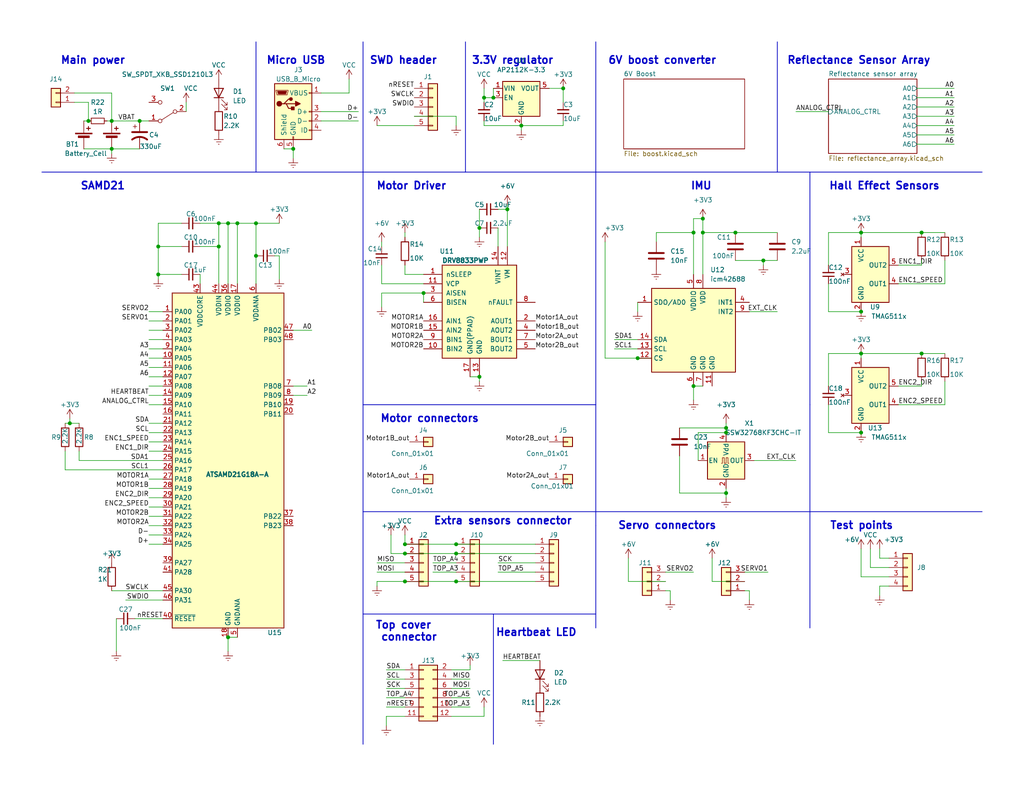
<source format=kicad_sch>
(kicad_sch (version 20230121) (generator eeschema)
  (paper "USLetter")
  (title_block (title "Yozh mainboard") (date "2023-10-26") (rev "4.02") (company "Island Robotics"))
  (lib_symbols
    (symbol "Connector:USB_B_Micro" (pin_names (offset 1.016))
      (property "Reference" "J" (at -5.08 11.43 0))
      (property "Value" "USB_B_Micro" (at -5.08 8.89 0))
      (symbol "USB_B_Micro_1_1"
        (pin power_out line (at 7.62 5.08 180) (length 2.54) (name "VBUS") (number "1"))
        (pin bidirectional line (at 7.62 -2.54 180) (length 2.54) (name "D-") (number "2"))
        (pin bidirectional line (at 7.62 0 180) (length 2.54) (name "D+") (number "3"))
        (pin passive line (at 7.62 -5.08 180) (length 2.54) (name "ID") (number "4"))
        (pin power_out line (at 0 -10.16 90) (length 2.54) (name "GND") (number "5"))
        (pin passive line (at -2.54 -10.16 90) (length 2.54) (name "Shield") (number "6"))
      )
    )
    (symbol "Connector_Generic:Conn_01x01" (pin_names (offset 1.016) hide)
      (property "Reference" "J" (at 0 2.54 0))
      (property "Value" "Conn_01x01" (at 0 -2.54 0))
      (symbol "Conn_01x01_1_1"
        (pin passive line (at -5.08 0 0) (length 3.81) (name "Pin_1") (number "1"))
      )
    )
    (symbol "Connector_Generic:Conn_01x02" (pin_names (offset 1.016) hide)
      (property "Reference" "J" (at 0 2.54 0))
      (property "Value" "Conn_01x02" (at 0 -5.08 0))
      (symbol "Conn_01x02_1_1"
        (pin passive line (at -5.08 0 0) (length 3.81) (name "Pin_1") (number "1"))
        (pin passive line (at -5.08 -2.54 0) (length 3.81) (name "Pin_2") (number "2"))
      )
    )
    (symbol "Connector_Generic:Conn_01x03" (pin_names (offset 1.016) hide)
      (property "Reference" "J" (at 0 5.08 0))
      (property "Value" "Conn_01x03" (at 0 -5.08 0))
      (symbol "Conn_01x03_1_1"
        (pin passive line (at -5.08 2.54 0) (length 3.81) (name "Pin_1") (number "1"))
        (pin passive line (at -5.08 0 0) (length 3.81) (name "Pin_2") (number "2"))
        (pin passive line (at -5.08 -2.54 0) (length 3.81) (name "Pin_3") (number "3"))
      )
    )
    (symbol "Connector_Generic:Conn_01x04" (pin_names (offset 1.016) hide)
      (property "Reference" "J" (at 0 5.08 0))
      (property "Value" "Conn_01x04" (at 0 -7.62 0))
      (symbol "Conn_01x04_1_1"
        (pin passive line (at -5.08 2.54 0) (length 3.81) (name "Pin_1") (number "1"))
        (pin passive line (at -5.08 0 0) (length 3.81) (name "Pin_2") (number "2"))
        (pin passive line (at -5.08 -2.54 0) (length 3.81) (name "Pin_3") (number "3"))
        (pin passive line (at -5.08 -5.08 0) (length 3.81) (name "Pin_4") (number "4"))
      )
    )
    (symbol "Connector_Generic:Conn_01x05" (pin_names (offset 1.016) hide)
      (property "Reference" "J" (at 0 7.62 0))
      (property "Value" "Conn_01x05" (at 0 -7.62 0))
      (symbol "Conn_01x05_1_1"
        (pin passive line (at -5.08 5.08 0) (length 3.81) (name "Pin_1") (number "1"))
        (pin passive line (at -5.08 2.54 0) (length 3.81) (name "Pin_2") (number "2"))
        (pin passive line (at -5.08 0 0) (length 3.81) (name "Pin_3") (number "3"))
        (pin passive line (at -5.08 -2.54 0) (length 3.81) (name "Pin_4") (number "4"))
        (pin passive line (at -5.08 -5.08 0) (length 3.81) (name "Pin_5") (number "5"))
      )
    )
    (symbol "Connector_Generic:Conn_02x06_Odd_Even" (pin_names (offset 1.016) hide)
      (property "Reference" "J" (at 1.27 7.62 0))
      (property "Value" "Conn_02x06_Odd_Even" (at 1.27 -10.16 0))
      (symbol "Conn_02x06_Odd_Even_1_1"
        (pin passive line (at -5.08 5.08 0) (length 3.81) (name "Pin_1") (number "1"))
        (pin passive line (at 7.62 -5.08 180) (length 3.81) (name "Pin_10") (number "10"))
        (pin passive line (at -5.08 -7.62 0) (length 3.81) (name "Pin_11") (number "11"))
        (pin passive line (at 7.62 -7.62 180) (length 3.81) (name "Pin_12") (number "12"))
        (pin passive line (at 7.62 5.08 180) (length 3.81) (name "Pin_2") (number "2"))
        (pin passive line (at -5.08 2.54 0) (length 3.81) (name "Pin_3") (number "3"))
        (pin passive line (at 7.62 2.54 180) (length 3.81) (name "Pin_4") (number "4"))
        (pin passive line (at -5.08 0 0) (length 3.81) (name "Pin_5") (number "5"))
        (pin passive line (at 7.62 0 180) (length 3.81) (name "Pin_6") (number "6"))
        (pin passive line (at -5.08 -2.54 0) (length 3.81) (name "Pin_7") (number "7"))
        (pin passive line (at 7.62 -2.54 180) (length 3.81) (name "Pin_8") (number "8"))
        (pin passive line (at -5.08 -5.08 0) (length 3.81) (name "Pin_9") (number "9"))
      )
    )
    (symbol "Device:C" (pin_numbers hide) (pin_names (offset 0.254))
      (property "Reference" "C" (at 0.635 2.54 0))
      (property "Value" "C" (at 0.635 -2.54 0))
      (symbol "C_1_1"
        (pin passive line (at 0 3.81 270) (length 2.794) (name "~") (number "1"))
        (pin passive line (at 0 -3.81 90) (length 2.794) (name "~") (number "2"))
      )
    )
    (symbol "Device:C_Polarized_US" (pin_numbers hide) (pin_names (offset 0.254) hide)
      (property "Reference" "C" (at 0.635 2.54 0))
      (property "Value" "C_Polarized_US" (at 0.635 -2.54 0))
      (symbol "C_Polarized_US_1_1"
        (pin passive line (at 0 3.81 270) (length 2.794) (name "~") (number "1"))
        (pin passive line (at 0 -3.81 90) (length 3.302) (name "~") (number "2"))
      )
    )
    (symbol "Device:C_Small" (pin_numbers hide) (pin_names (offset 0.254) hide)
      (property "Reference" "C" (at 0.254 1.778 0))
      (property "Value" "C_Small" (at 0.254 -2.032 0))
      (symbol "C_Small_1_1"
        (pin passive line (at 0 2.54 270) (length 2.032) (name "~") (number "1"))
        (pin passive line (at 0 -2.54 90) (length 2.032) (name "~") (number "2"))
      )
    )
    (symbol "Device:LED" (pin_numbers hide) (pin_names (offset 1.016) hide)
      (property "Reference" "D" (at 0 2.54 0))
      (property "Value" "LED" (at 0 -2.54 0))
      (symbol "LED_1_1"
        (pin passive line (at -3.81 0 0) (length 2.54) (name "K") (number "1"))
        (pin passive line (at 3.81 0 180) (length 2.54) (name "A") (number "2"))
      )
    )
    (symbol "Device:R" (pin_numbers hide) (pin_names (offset 0))
      (property "Reference" "R" (at 2.032 0 90))
      (property "Value" "R" (at 0 0 90))
      (symbol "R_1_1"
        (pin passive line (at 0 3.81 270) (length 1.27) (name "~") (number "1"))
        (pin passive line (at 0 -3.81 90) (length 1.27) (name "~") (number "2"))
      )
    )
    (symbol "Device:R_Small" (pin_numbers hide) (pin_names (offset 0.254) hide)
      (property "Reference" "R" (at 0.762 0.508 0))
      (property "Value" "R_Small" (at 0.762 -1.016 0))
      (symbol "R_Small_1_1"
        (pin passive line (at 0 2.54 270) (length 0.762) (name "~") (number "1"))
        (pin passive line (at 0 -2.54 90) (length 0.762) (name "~") (number "2"))
      )
    )
    (symbol "Driver_Motor:DRV8833PWP" (pin_names (offset 1.016))
      (property "Reference" "U" (at -3.81 16.51 0))
      (property "Value" "DRV8833PWP" (at -3.81 13.97 0))
      (symbol "DRV8833PWP_1_1"
        (pin input line (at -15.24 10.16 0) (length 5.08) (name "nSLEEP") (number "1"))
        (pin input line (at -15.24 -10.16 0) (length 5.08) (name "BIN2") (number "10"))
        (pin bidirectional line (at -15.24 7.62 0) (length 5.08) (name "VCP") (number "11"))
        (pin power_in line (at 7.62 17.78 270) (length 5.08) (name "VM") (number "12"))
        (pin power_in line (at 0 -17.78 90) (length 5.08) (name "GND") (number "13"))
        (pin power_in line (at 5.08 17.78 270) (length 5.08) (name "VINT") (number "14"))
        (pin input line (at -15.24 -5.08 0) (length 5.08) (name "AIN2") (number "15"))
        (pin input line (at -15.24 -2.54 0) (length 5.08) (name "AIN1") (number "16"))
        (pin power_in line (at -2.54 -17.78 90) (length 5.08) (name "GND(PPAD)") (number "17"))
        (pin power_out line (at 15.24 -2.54 180) (length 5.08) (name "AOUT1") (number "2"))
        (pin bidirectional line (at -15.24 5.08 0) (length 5.08) (name "AISEN") (number "3"))
        (pin power_out line (at 15.24 -5.08 180) (length 5.08) (name "AOUT2") (number "4"))
        (pin power_out line (at 15.24 -10.16 180) (length 5.08) (name "BOUT2") (number "5"))
        (pin bidirectional line (at -15.24 2.54 0) (length 5.08) (name "BISEN") (number "6"))
        (pin power_out line (at 15.24 -7.62 180) (length 5.08) (name "BOUT1") (number "7"))
        (pin open_collector line (at 15.24 2.54 180) (length 5.08) (name "nFAULT") (number "8"))
        (pin input line (at -15.24 -7.62 0) (length 5.08) (name "BIN1") (number "9"))
      )
    )
    (symbol "MCU_Microchip_SAMD:ATSAMD21G18A-A"
      (property "Reference" "U" (at -13.97 46.99 0))
      (property "Value" "ATSAMD21G18A-A" (at 16.51 46.99 0))
      (symbol "ATSAMD21G18A-A_1_1"
        (pin bidirectional line (at -17.78 40.64 0) (length 2.54) (name "PA00") (number "1"))
        (pin bidirectional line (at -17.78 27.94 0) (length 2.54) (name "PA05") (number "10"))
        (pin bidirectional line (at -17.78 25.4 0) (length 2.54) (name "PA06") (number "11"))
        (pin bidirectional line (at -17.78 22.86 0) (length 2.54) (name "PA07") (number "12"))
        (pin bidirectional line (at -17.78 20.32 0) (length 2.54) (name "PA08") (number "13"))
        (pin bidirectional line (at -17.78 17.78 0) (length 2.54) (name "PA09") (number "14"))
        (pin bidirectional line (at -17.78 15.24 0) (length 2.54) (name "PA10") (number "15"))
        (pin bidirectional line (at -17.78 12.7 0) (length 2.54) (name "PA11") (number "16"))
        (pin power_in line (at 2.54 48.26 270) (length 2.54) (name "VDDIO") (number "17"))
        (pin power_in line (at 0 -48.26 90) (length 2.54) (name "GND") (number "18"))
        (pin bidirectional line (at 17.78 15.24 180) (length 2.54) (name "PB10") (number "19"))
        (pin bidirectional line (at -17.78 38.1 0) (length 2.54) (name "PA01") (number "2"))
        (pin bidirectional line (at 17.78 12.7 180) (length 2.54) (name "PB11") (number "20"))
        (pin bidirectional line (at -17.78 10.16 0) (length 2.54) (name "PA12") (number "21"))
        (pin bidirectional line (at -17.78 7.62 0) (length 2.54) (name "PA13") (number "22"))
        (pin bidirectional line (at -17.78 5.08 0) (length 2.54) (name "PA14") (number "23"))
        (pin bidirectional line (at -17.78 2.54 0) (length 2.54) (name "PA15") (number "24"))
        (pin bidirectional line (at -17.78 0 0) (length 2.54) (name "PA16") (number "25"))
        (pin bidirectional line (at -17.78 -2.54 0) (length 2.54) (name "PA17") (number "26"))
        (pin bidirectional line (at -17.78 -5.08 0) (length 2.54) (name "PA18") (number "27"))
        (pin bidirectional line (at -17.78 -7.62 0) (length 2.54) (name "PA19") (number "28"))
        (pin bidirectional line (at -17.78 -10.16 0) (length 2.54) (name "PA20") (number "29"))
        (pin bidirectional line (at -17.78 35.56 0) (length 2.54) (name "PA02") (number "3"))
        (pin bidirectional line (at -17.78 -12.7 0) (length 2.54) (name "PA21") (number "30"))
        (pin bidirectional line (at -17.78 -15.24 0) (length 2.54) (name "PA22") (number "31"))
        (pin bidirectional line (at -17.78 -17.78 0) (length 2.54) (name "PA23") (number "32"))
        (pin bidirectional line (at -17.78 -20.32 0) (length 2.54) (name "PA24") (number "33"))
        (pin bidirectional line (at -17.78 -22.86 0) (length 2.54) (name "PA25") (number "34"))
        (pin passive line (at 0 -48.26 90) (length 2.54) hide (name "GND") (number "35"))
        (pin power_in line (at 0 48.26 270) (length 2.54) (name "VDDIO") (number "36"))
        (pin bidirectional line (at 17.78 -15.24 180) (length 2.54) (name "PB22") (number "37"))
        (pin bidirectional line (at 17.78 -17.78 180) (length 2.54) (name "PB23") (number "38"))
        (pin bidirectional line (at -17.78 -27.94 0) (length 2.54) (name "PA27") (number "39"))
        (pin bidirectional line (at -17.78 33.02 0) (length 2.54) (name "PA03") (number "4"))
        (pin input line (at -17.78 -43.18 0) (length 2.54) (name "~{RESET}") (number "40"))
        (pin bidirectional line (at -17.78 -30.48 0) (length 2.54) (name "PA28") (number "41"))
        (pin passive line (at 0 -48.26 90) (length 2.54) hide (name "GND") (number "42"))
        (pin power_out line (at -7.62 48.26 270) (length 2.54) (name "VDDCORE") (number "43"))
        (pin power_in line (at -2.54 48.26 270) (length 2.54) (name "VDDIN") (number "44"))
        (pin bidirectional line (at -17.78 -35.56 0) (length 2.54) (name "PA30") (number "45"))
        (pin bidirectional line (at -17.78 -38.1 0) (length 2.54) (name "PA31") (number "46"))
        (pin bidirectional line (at 17.78 35.56 180) (length 2.54) (name "PB02") (number "47"))
        (pin bidirectional line (at 17.78 33.02 180) (length 2.54) (name "PB03") (number "48"))
        (pin power_in line (at 2.54 -48.26 90) (length 2.54) (name "GNDANA") (number "5"))
        (pin power_in line (at 7.62 48.26 270) (length 2.54) (name "VDDANA") (number "6"))
        (pin bidirectional line (at 17.78 20.32 180) (length 2.54) (name "PB08") (number "7"))
        (pin bidirectional line (at 17.78 17.78 180) (length 2.54) (name "PB09") (number "8"))
        (pin bidirectional line (at -17.78 30.48 0) (length 2.54) (name "PA04") (number "9"))
      )
    )
    (symbol "Oscillator:ASE-xxxMHz" (pin_names (offset 0.254))
      (property "Reference" "X" (at -5.08 6.35 0))
      (property "Value" "ASE-xxxMHz" (at 1.27 -6.35 0))
      (symbol "ASE-xxxMHz_1_1"
        (pin input line (at -7.62 0 0) (length 2.54) (name "EN") (number "1"))
        (pin power_in line (at 0 -7.62 90) (length 2.54) (name "GND") (number "2"))
        (pin output line (at 7.62 0 180) (length 2.54) (name "OUT") (number "3"))
        (pin power_in line (at 0 7.62 270) (length 2.54) (name "Vdd") (number "4"))
      )
    )
    (symbol "Regulator_Linear:AP2112K-3.3" (pin_names (offset 0.254))
      (property "Reference" "U" (at -5.08 5.715 0))
      (property "Value" "AP2112K-3.3" (at 0 5.715 0))
      (symbol "AP2112K-3.3_1_1"
        (pin power_in line (at -7.62 2.54 0) (length 2.54) (name "VIN") (number "1"))
        (pin power_in line (at 0 -7.62 90) (length 2.54) (name "GND") (number "2"))
        (pin input line (at -7.62 0 0) (length 2.54) (name "EN") (number "3"))
        (pin no_connect line (at 5.08 0 180) (length 2.54) hide (name "NC") (number "4"))
        (pin power_out line (at 7.62 2.54 180) (length 2.54) (name "VOUT") (number "5"))
      )
    )
    (symbol "Switch:SW_SPDT" (pin_names (offset 0) hide)
      (property "Reference" "SW" (at 0 4.318 0))
      (property "Value" "SW_SPDT" (at 0 -5.08 0))
      (symbol "SW_SPDT_1_1"
        (pin passive line (at 5.08 2.54 180) (length 2.54) (name "A") (number "1"))
        (pin passive line (at -5.08 0 0) (length 2.54) (name "B") (number "2"))
        (pin passive line (at 5.08 -2.54 180) (length 2.54) (name "C") (number "3"))
      )
    )
    (symbol "power:+3.3V" (power) (pin_names (offset 0))
      (property "Value" "+3.3V" (at 0 3.556 0))
      (symbol "+3.3V_1_1"
        (pin power_in line (at 0 0 90) (length 0) hide (name "+3V3") (number "1"))
      )
    )
    (symbol "power:+6V" (power) (pin_names (offset 0))
      (property "Value" "+6V" (at 0 3.556 0))
      (symbol "+6V_1_1"
        (pin power_in line (at 0 0 90) (length 0) hide (name "+6V") (number "1"))
      )
    )
    (symbol "power:GNDREF" (power) (pin_names (offset 0))
      (property "Value" "GNDREF" (at 0 -3.81 0))
      (symbol "GNDREF_1_1"
        (pin power_in line (at 0 0 270) (length 0) hide (name "GNDREF") (number "1"))
      )
    )
    (symbol "power:VCC" (power) (pin_names (offset 0))
      (property "Value" "VCC" (at 0 3.81 0))
      (symbol "VCC_1_1"
        (pin power_in line (at 0 0 90) (length 0) hide (name "VCC") (number "1"))
      )
    )
    (symbol "shurik-personal:Battery_Cell_Dual" (pin_numbers hide) (pin_names (offset 0) hide)
      (property "Reference" "BT" (at 6.35 1.27 0))
      (property "Value" "Battery_Cell" (at 6.35 -1.27 0))
      (symbol "Battery_Cell_Dual_1_1"
        (pin passive line (at -3.81 3.81 270) (length 2.54) (name "+") (number "1"))
        (pin passive line (at -3.81 -3.81 90) (length 2.54) (name "-") (number "2"))
        (pin passive line (at 3.81 3.81 270) (length 2.54) (name "+") (number "3"))
        (pin passive line (at 3.81 -3.81 90) (length 2.54) (name "-") (number "4"))
      )
    )
    (symbol "shurik-personal:TMAG511x"
      (property "Reference" "U" (at 5.08 12.7 0))
      (property "Value" "TMAG511x" (at 7.62 10.16 0))
      (symbol "TMAG511x_1_1"
        (pin power_in line (at -2.54 10.16 270) (length 2.54) (name "VCC") (number "1"))
        (pin power_in line (at -2.54 -10.16 90) (length 2.54) (name "GND") (number "2"))
        (pin no_connect line (at -7.62 0 0) (length 2.54) (name "") (number "3"))
        (pin output line (at 7.62 -2.54 180) (length 2.54) (name "OUT1") (number "4"))
        (pin output line (at 7.62 2.54 180) (length 2.54) (name "OUT2") (number "5"))
      )
    )
    (symbol "shurik-personal:icm42688"
      (property "Reference" "U" (at -11.43 15.24 0))
      (property "Value" "icm42688" (at -11.43 12.7 0))
      (symbol "icm42688_1_1"
        (pin bidirectional line (at -15.24 7.62 0) (length 3.81) (name "SDO/AD0") (number "1"))
        (pin no_connect line (at 10.16 -5.08 180) (length 3.81) hide (name "RESV") (number "10"))
        (pin power_in line (at 5.08 -15.24 90) (length 3.81) (name "GND") (number "11"))
        (pin input line (at -15.24 -7.62 0) (length 3.81) (name "CS") (number "12"))
        (pin input line (at -15.24 -5.08 0) (length 3.81) (name "SCL") (number "13"))
        (pin bidirectional line (at -15.24 -2.54 0) (length 3.81) (name "SDA") (number "14"))
        (pin no_connect line (at 10.16 0 180) (length 3.81) hide (name "RESV") (number "2"))
        (pin no_connect line (at 10.16 -2.54 180) (length 3.81) hide (name "RESV") (number "3"))
        (pin output line (at 15.24 7.62 180) (length 3.81) (name "INT1") (number "4"))
        (pin power_in line (at 0 15.24 270) (length 3.81) (name "VDDIO") (number "5"))
        (pin power_in line (at 0 -15.24 90) (length 3.81) (name "GND") (number "6"))
        (pin power_in line (at 2.54 -15.24 90) (length 3.81) (name "GND") (number "7"))
        (pin power_in line (at 2.54 15.24 270) (length 3.81) (name "VDD") (number "8"))
        (pin output line (at 15.24 5.08 180) (length 3.81) (name "INT2") (number "9"))
      )
    )
  )
  (junction (at 234.95 85.09) (diameter 0.9144))
  (junction (at 43.18 74.93) (diameter 0.9144))
  (junction (at 124.46 151.13))
  (junction (at 110.49 158.75))
  (junction (at 24.13 33.02))
  (junction (at 198.12 116.84))
  (junction (at 138.43 57.15) (diameter 0.9144))
  (junction (at 198.12 134.62))
  (junction (at 234.95 118.11) (diameter 0.9144))
  (junction (at 30.48 33.02))
  (junction (at 62.23 60.96) (diameter 0.9144))
  (junction (at 191.77 63.5))
  (junction (at 69.85 69.85) (diameter 0.9144))
  (junction (at 251.46 96.52) (diameter 0.9144))
  (junction (at 251.46 63.5) (diameter 0.9144))
  (junction (at 59.69 67.31) (diameter 0.9144))
  (junction (at 30.48 40.64))
  (junction (at 208.28 71.12))
  (junction (at 173.99 97.79))
  (junction (at 189.23 105.41))
  (junction (at 200.66 63.5))
  (junction (at 19.05 115.57))
  (junction (at 115.57 80.01))
  (junction (at 142.24 34.29) (diameter 0.9144))
  (junction (at 189.23 63.5))
  (junction (at 110.49 148.59))
  (junction (at 69.85 60.96) (diameter 0.9144))
  (junction (at 198.12 118.11))
  (junction (at 38.1 33.02))
  (junction (at 130.81 102.87) (diameter 0.9144))
  (junction (at 134.62 26.67))
  (junction (at 132.08 26.67) (diameter 0.9144))
  (junction (at 124.46 158.75))
  (junction (at 110.49 151.13))
  (junction (at 234.95 96.52) (diameter 0.9144))
  (junction (at 124.46 148.59))
  (junction (at 191.77 59.69))
  (junction (at 43.18 67.31) (diameter 0.9144))
  (junction (at 64.77 60.96) (diameter 0.9144))
  (junction (at 62.23 173.99) (diameter 0.9144))
  (junction (at 153.67 24.13))
  (junction (at 59.69 60.96) (diameter 0.9144))
  (junction (at 234.95 63.5) (diameter 0.9144))
  (junction (at 130.81 62.23) (diameter 0.9144))
  (junction (at 80.01 40.64) (diameter 0.9144))
  (wire (pts (xy 234.95 63.5) (xy 251.46 63.5)))
  (polyline (pts (xy 99.06 110.49) (xy 162.56 110.49)) (stroke (width 0.2032) (type solid)))
  (polyline (pts (xy 162.56 46.99) (xy 162.56 110.49)) (stroke (width 0.2032) (type solid)))
  (polyline (pts (xy 99.06 167.64) (xy 162.56 167.64)) (stroke (width 0.2032) (type solid)))
  (polyline (pts (xy 162.56 143.51) (xy 162.56 171.45)) (stroke (width 0.2032) (type solid)))
  (wire (pts (xy 185.42 134.62) (xy 185.42 124.46)))
  (wire (pts (xy 43.18 67.31) (xy 43.18 74.93)))
  (wire (pts (xy 43.18 60.96) (xy 43.18 67.31)))
  (wire (pts (xy 190.5 118.11) (xy 198.12 118.11)))
  (wire (pts (xy 130.81 62.23) (xy 130.81 64.77)))
  (wire (pts (xy 198.12 116.84) (xy 185.42 116.84)))
  (wire (pts (xy 190.5 125.73) (xy 190.5 118.11)))
  (wire (pts (xy 22.86 33.02) (xy 24.13 33.02)))
  (wire (pts (xy 198.12 134.62) (xy 185.42 134.62)))
  (wire (pts (xy 40.64 130.81) (xy 44.45 130.81)))
  (wire (pts (xy 204.47 161.29) (xy 204.47 163.83)))
  (wire (pts (xy 203.2 161.29) (xy 204.47 161.29)))
  (wire (pts (xy 104.14 72.39) (xy 104.14 77.47)))
  (wire (pts (xy 115.57 77.47) (xy 104.14 77.47)))
  (wire (pts (xy 104.14 80.01) (xy 104.14 83.82)))
  (wire (pts (xy 189.23 105.41) (xy 191.77 105.41)))
  (wire (pts (xy 74.93 69.85) (xy 76.2 69.85)))
  (wire (pts (xy 76.2 69.85) (xy 76.2 76.2)))
  (wire (pts (xy 251.46 104.14) (xy 251.46 105.41)))
  (wire (pts (xy 59.69 67.31) (xy 59.69 77.47)))
  (wire (pts (xy 62.23 60.96) (xy 64.77 60.96)))
  (wire (pts (xy 59.69 60.96) (xy 59.69 67.31)))
  (wire (pts (xy 59.69 60.96) (xy 62.23 60.96)))
  (wire (pts (xy 64.77 60.96) (xy 69.85 60.96)))
  (wire (pts (xy 69.85 60.96) (xy 76.2 60.96)))
  (wire (pts (xy 105.41 195.58) (xy 110.49 195.58)))
  (wire (pts (xy 105.41 193.04) (xy 110.49 193.04)))
  (wire (pts (xy 198.12 133.35) (xy 198.12 134.62)))
  (wire (pts (xy 251.46 96.52) (xy 257.81 96.52)))
  (wire (pts (xy 106.68 146.05) (xy 106.68 151.13)))
  (wire (pts (xy 40.64 138.43) (xy 44.45 138.43)))
  (wire (pts (xy 110.49 151.13) (xy 124.46 151.13)))
  (wire (pts (xy 22.86 40.64) (xy 30.48 40.64)))
  (wire (pts (xy 95.25 21.59) (xy 95.25 25.4)))
  (wire (pts (xy 240.03 160.02) (xy 240.03 162.56)))
  (wire (pts (xy 234.95 149.86) (xy 234.95 157.48)))
  (polyline (pts (xy 99.06 46.99) (xy 99.06 203.2)) (stroke (width 0.2032) (type solid)))
  (wire (pts (xy 124.46 148.59) (xy 146.05 148.59)))
  (wire (pts (xy 250.19 24.13) (xy 260.35 24.13)))
  (wire (pts (xy 250.19 26.67) (xy 260.35 26.67)))
  (wire (pts (xy 191.77 63.5) (xy 200.66 63.5)))
  (wire (pts (xy 132.08 33.02) (xy 132.08 34.29)))
  (wire (pts (xy 87.63 33.02) (xy 97.79 33.02)))
  (wire (pts (xy 171.45 152.4) (xy 171.45 158.75)))
  (wire (pts (xy 181.61 158.75) (xy 171.45 158.75)))
  (wire (pts (xy 242.57 152.4) (xy 240.03 152.4)))
  (wire (pts (xy 217.17 30.48) (xy 226.06 30.48)))
  (wire (pts (xy 110.49 158.75) (xy 124.46 158.75)))
  (wire (pts (xy 40.64 148.59) (xy 44.45 148.59)))
  (wire (pts (xy 19.05 114.3) (xy 19.05 115.57)))
  (wire (pts (xy 77.47 40.64) (xy 80.01 40.64)))
  (wire (pts (xy 20.32 27.94) (xy 24.13 27.94)))
  (wire (pts (xy 113.03 31.75) (xy 124.46 31.75)))
  (wire (pts (xy 124.46 31.75) (xy 124.46 34.29)))
  (wire (pts (xy 40.64 97.79) (xy 44.45 97.79)))
  (wire (pts (xy 226.06 96.52) (xy 226.06 105.41)))
  (wire (pts (xy 234.95 96.52) (xy 226.06 96.52)))
  (polyline (pts (xy 162.56 11.43) (xy 162.56 46.99)) (stroke (width 0.2032) (type solid)))
  (polyline (pts (xy 127 46.99) (xy 162.56 46.99)) (stroke (width 0.2032) (type solid)))
  (wire (pts (xy 21.59 125.73) (xy 44.45 125.73)))
  (wire (pts (xy 36.83 168.91) (xy 44.45 168.91)))
  (wire (pts (xy 123.19 195.58) (xy 132.08 195.58)))
  (wire (pts (xy 69.85 69.85) (xy 69.85 77.47)))
  (wire (pts (xy 69.85 60.96) (xy 69.85 69.85)))
  (polyline (pts (xy 162.56 46.99) (xy 267.97 46.99)) (stroke (width 0.2032) (type solid)))
  (polyline (pts (xy 99.06 139.7) (xy 267.97 139.7)) (stroke (width 0.2032) (type solid)))
  (wire (pts (xy 240.03 149.86) (xy 240.03 152.4)))
  (wire (pts (xy 105.41 185.42) (xy 110.49 185.42)))
  (wire (pts (xy 181.61 156.21) (xy 189.23 156.21)))
  (wire (pts (xy 189.23 63.5) (xy 189.23 59.69)))
  (wire (pts (xy 43.18 67.31) (xy 49.53 67.31)))
  (wire (pts (xy 40.64 87.63) (xy 44.45 87.63)))
  (wire (pts (xy 226.06 118.11) (xy 226.06 110.49)))
  (wire (pts (xy 234.95 118.11) (xy 226.06 118.11)))
  (wire (pts (xy 21.59 125.73) (xy 21.59 123.19)))
  (wire (pts (xy 138.43 57.15) (xy 138.43 67.31)))
  (wire (pts (xy 138.43 55.88) (xy 138.43 57.15)))
  (wire (pts (xy 135.89 153.67) (xy 146.05 153.67)))
  (wire (pts (xy 173.99 82.55) (xy 173.99 85.09)))
  (wire (pts (xy 115.57 80.01) (xy 104.14 80.01)))
  (wire (pts (xy 226.06 63.5) (xy 226.06 72.39)))
  (wire (pts (xy 234.95 63.5) (xy 226.06 63.5)))
  (wire (pts (xy 123.19 190.5) (xy 128.27 190.5)))
  (wire (pts (xy 34.29 163.83) (xy 44.45 163.83)))
  (wire (pts (xy 54.61 60.96) (xy 59.69 60.96)))
  (wire (pts (xy 24.13 33.02) (xy 24.13 27.94)))
  (wire (pts (xy 191.77 63.5) (xy 191.77 74.93)))
  (wire (pts (xy 29.21 33.02) (xy 30.48 33.02)))
  (wire (pts (xy 40.64 102.87) (xy 44.45 102.87)))
  (wire (pts (xy 234.95 96.52) (xy 251.46 96.52)))
  (wire (pts (xy 167.64 92.71) (xy 173.99 92.71)))
  (wire (pts (xy 173.99 97.79) (xy 177.8 97.79)))
  (wire (pts (xy 234.95 63.5) (xy 234.95 64.77)))
  (wire (pts (xy 102.87 156.21) (xy 110.49 156.21)))
  (wire (pts (xy 50.8 27.94) (xy 50.8 30.48)))
  (polyline (pts (xy 220.98 110.49) (xy 220.98 171.45)) (stroke (width 0.2032) (type solid)))
  (wire (pts (xy 17.78 123.19) (xy 17.78 128.27)))
  (wire (pts (xy 102.87 158.75) (xy 110.49 158.75)))
  (wire (pts (xy 43.18 60.96) (xy 49.53 60.96)))
  (wire (pts (xy 110.49 72.39) (xy 110.49 74.93)))
  (wire (pts (xy 128.27 102.87) (xy 130.81 102.87)))
  (polyline (pts (xy 134.62 167.64) (xy 134.62 203.2)) (stroke (width 0.2032) (type solid)))
  (wire (pts (xy 105.41 195.58) (xy 105.41 198.12)))
  (wire (pts (xy 130.81 102.87) (xy 130.81 104.14)))
  (wire (pts (xy 85.09 90.17) (xy 80.01 90.17)))
  (wire (pts (xy 251.46 63.5) (xy 257.81 63.5)))
  (wire (pts (xy 245.11 110.49) (xy 257.81 110.49)))
  (wire (pts (xy 31.75 168.91) (xy 31.75 177.8)))
  (wire (pts (xy 132.08 26.67) (xy 134.62 26.67)))
  (wire (pts (xy 130.81 57.15) (xy 130.81 62.23)))
  (wire (pts (xy 40.64 100.33) (xy 44.45 100.33)))
  (wire (pts (xy 62.23 173.99) (xy 62.23 177.8)))
  (wire (pts (xy 104.14 66.04) (xy 104.14 67.31)))
  (wire (pts (xy 110.49 74.93) (xy 115.57 74.93)))
  (polyline (pts (xy 212.09 11.43) (xy 212.09 46.99)) (stroke (width 0.2032) (type solid)))
  (wire (pts (xy 30.48 40.64) (xy 30.48 41.91)))
  (wire (pts (xy 40.64 95.25) (xy 44.45 95.25)))
  (wire (pts (xy 40.64 135.89) (xy 44.45 135.89)))
  (wire (pts (xy 242.57 160.02) (xy 240.03 160.02)))
  (wire (pts (xy 123.19 187.96) (xy 128.27 187.96)))
  (polyline (pts (xy 220.98 46.99) (xy 220.98 110.49)) (stroke (width 0.2032) (type solid)))
  (wire (pts (xy 128.27 181.61) (xy 128.27 182.88)))
  (wire (pts (xy 30.48 161.29) (xy 44.45 161.29)))
  (wire (pts (xy 110.49 146.05) (xy 110.49 148.59)))
  (wire (pts (xy 198.12 115.57) (xy 198.12 116.84)))
  (wire (pts (xy 132.08 24.13) (xy 132.08 26.67)))
  (wire (pts (xy 30.48 25.4) (xy 30.48 33.02)))
  (wire (pts (xy 62.23 60.96) (xy 62.23 77.47)))
  (wire (pts (xy 257.81 104.14) (xy 257.81 110.49)))
  (wire (pts (xy 191.77 59.69) (xy 191.77 63.5)))
  (wire (pts (xy 40.64 123.19) (xy 44.45 123.19)))
  (wire (pts (xy 182.88 161.29) (xy 182.88 163.83)))
  (wire (pts (xy 181.61 161.29) (xy 182.88 161.29)))
  (wire (pts (xy 245.11 72.39) (xy 251.46 72.39)))
  (wire (pts (xy 251.46 71.12) (xy 251.46 72.39)))
  (polyline (pts (xy 127 11.43) (xy 127 46.99)) (stroke (width 0.2032) (type solid)))
  (polyline (pts (xy 11.43 46.99) (xy 127 46.99)) (stroke (width 0.2032) (type solid)))
  (wire (pts (xy 80.01 105.41) (xy 83.82 105.41)))
  (wire (pts (xy 142.24 34.29) (xy 142.24 35.56)))
  (wire (pts (xy 179.07 63.5) (xy 179.07 66.04)))
  (wire (pts (xy 40.64 105.41) (xy 44.45 105.41)))
  (wire (pts (xy 234.95 96.52) (xy 234.95 97.79)))
  (wire (pts (xy 194.31 152.4) (xy 194.31 158.75)))
  (wire (pts (xy 203.2 158.75) (xy 194.31 158.75)))
  (wire (pts (xy 105.41 190.5) (xy 110.49 190.5)))
  (wire (pts (xy 132.08 193.04) (xy 132.08 195.58)))
  (wire (pts (xy 105.41 187.96) (xy 110.49 187.96)))
  (wire (pts (xy 189.23 63.5) (xy 179.07 63.5)))
  (wire (pts (xy 64.77 60.96) (xy 64.77 77.47)))
  (wire (pts (xy 198.12 134.62) (xy 198.12 135.89)))
  (wire (pts (xy 250.19 31.75) (xy 260.35 31.75)))
  (wire (pts (xy 43.18 74.93) (xy 43.18 76.2)))
  (wire (pts (xy 43.18 74.93) (xy 49.53 74.93)))
  (polyline (pts (xy 69.85 11.43) (xy 69.85 46.99)) (stroke (width 0.2032) (type solid)))
  (wire (pts (xy 135.89 57.15) (xy 138.43 57.15)))
  (wire (pts (xy 205.74 125.73) (xy 217.17 125.73)))
  (wire (pts (xy 198.12 116.84) (xy 198.12 118.11)))
  (wire (pts (xy 87.63 25.4) (xy 95.25 25.4)))
  (wire (pts (xy 167.64 95.25) (xy 173.99 95.25)))
  (wire (pts (xy 105.41 182.88) (xy 110.49 182.88)))
  (wire (pts (xy 134.62 24.13) (xy 134.62 26.67)))
  (wire (pts (xy 123.19 185.42) (xy 128.27 185.42)))
  (wire (pts (xy 137.16 180.34) (xy 147.32 180.34)))
  (wire (pts (xy 30.48 33.02) (xy 38.1 33.02)))
  (wire (pts (xy 250.19 29.21) (xy 260.35 29.21)))
  (wire (pts (xy 208.28 71.12) (xy 212.09 71.12)))
  (wire (pts (xy 165.1 66.04) (xy 165.1 97.79)))
  (wire (pts (xy 149.86 24.13) (xy 153.67 24.13)))
  (wire (pts (xy 203.2 156.21) (xy 209.55 156.21)))
  (wire (pts (xy 40.64 115.57) (xy 44.45 115.57)))
  (wire (pts (xy 40.64 90.17) (xy 44.45 90.17)))
  (wire (pts (xy 153.67 24.13) (xy 153.67 27.94)))
  (wire (pts (xy 106.68 151.13) (xy 110.49 151.13)))
  (wire (pts (xy 242.57 154.94) (xy 237.49 154.94)))
  (wire (pts (xy 110.49 63.5) (xy 110.49 64.77)))
  (wire (pts (xy 242.57 157.48) (xy 234.95 157.48)))
  (wire (pts (xy 62.23 173.99) (xy 64.77 173.99)))
  (wire (pts (xy 115.57 80.01) (xy 115.57 82.55)))
  (wire (pts (xy 110.49 148.59) (xy 124.46 148.59)))
  (wire (pts (xy 250.19 36.83) (xy 260.35 36.83)))
  (wire (pts (xy 189.23 59.69) (xy 191.77 59.69)))
  (wire (pts (xy 123.19 193.04) (xy 128.27 193.04)))
  (wire (pts (xy 17.78 128.27) (xy 44.45 128.27)))
  (polyline (pts (xy 162.56 110.49) (xy 162.56 143.51)) (stroke (width 0.2032) (type solid)))
  (wire (pts (xy 250.19 39.37) (xy 260.35 39.37)))
  (wire (pts (xy 135.89 62.23) (xy 135.89 67.31)))
  (wire (pts (xy 40.64 143.51) (xy 44.45 143.51)))
  (wire (pts (xy 237.49 149.86) (xy 237.49 154.94)))
  (wire (pts (xy 102.87 158.75) (xy 102.87 160.02)))
  (wire (pts (xy 40.64 146.05) (xy 44.45 146.05)))
  (wire (pts (xy 30.48 25.4) (xy 20.32 25.4)))
  (wire (pts (xy 40.64 85.09) (xy 44.45 85.09)))
  (wire (pts (xy 54.61 74.93) (xy 54.61 77.47)))
  (wire (pts (xy 40.64 92.71) (xy 44.45 92.71)))
  (wire (pts (xy 40.64 140.97) (xy 44.45 140.97)))
  (wire (pts (xy 19.05 115.57) (xy 21.59 115.57)))
  (wire (pts (xy 124.46 158.75) (xy 146.05 158.75)))
  (wire (pts (xy 40.64 107.95) (xy 44.45 107.95)))
  (wire (pts (xy 17.78 115.57) (xy 19.05 115.57)))
  (polyline (pts (xy 99.06 11.43) (xy 99.06 46.99)) (stroke (width 0.2032) (type solid)))
  (wire (pts (xy 102.87 34.29) (xy 113.03 34.29)))
  (wire (pts (xy 142.24 34.29) (xy 153.67 34.29)))
  (wire (pts (xy 118.11 156.21) (xy 124.46 156.21)))
  (wire (pts (xy 40.64 110.49) (xy 44.45 110.49)))
  (wire (pts (xy 102.87 153.67) (xy 110.49 153.67)))
  (wire (pts (xy 204.47 85.09) (xy 212.09 85.09)))
  (wire (pts (xy 40.64 118.11) (xy 44.45 118.11)))
  (wire (pts (xy 189.23 105.41) (xy 189.23 109.22)))
  (wire (pts (xy 250.19 34.29) (xy 260.35 34.29)))
  (wire (pts (xy 132.08 26.67) (xy 132.08 27.94)))
  (wire (pts (xy 80.01 107.95) (xy 83.82 107.95)))
  (wire (pts (xy 153.67 33.02) (xy 153.67 34.29)))
  (wire (pts (xy 245.11 105.41) (xy 251.46 105.41)))
  (wire (pts (xy 200.66 63.5) (xy 212.09 63.5)))
  (wire (pts (xy 54.61 67.31) (xy 59.69 67.31)))
  (wire (pts (xy 146.05 151.13) (xy 124.46 151.13)))
  (wire (pts (xy 40.64 120.65) (xy 44.45 120.65)))
  (wire (pts (xy 80.01 40.64) (xy 80.01 43.18)))
  (wire (pts (xy 118.11 153.67) (xy 124.46 153.67)))
  (wire (pts (xy 132.08 34.29) (xy 142.24 34.29)))
  (wire (pts (xy 123.19 182.88) (xy 128.27 182.88)))
  (wire (pts (xy 189.23 74.93) (xy 189.23 63.5)))
  (wire (pts (xy 226.06 85.09) (xy 226.06 77.47)))
  (wire (pts (xy 234.95 85.09) (xy 226.06 85.09)))
  (wire (pts (xy 165.1 97.79) (xy 173.99 97.79)))
  (wire (pts (xy 30.48 40.64) (xy 38.1 40.64)))
  (wire (pts (xy 40.64 133.35) (xy 44.45 133.35)))
  (wire (pts (xy 38.1 33.02) (xy 40.64 33.02)))
  (wire (pts (xy 87.63 30.48) (xy 97.79 30.48)))
  (wire (pts (xy 200.66 71.12) (xy 208.28 71.12)))
  (wire (pts (xy 208.28 71.12) (xy 208.28 72.39)))
  (wire (pts (xy 245.11 77.47) (xy 257.81 77.47)))
  (wire (pts (xy 257.81 77.47) (xy 257.81 71.12)))
  (wire (pts (xy 135.89 156.21) (xy 146.05 156.21)))
  (text "Hall Effect Sensors" (at 256.54 52.07 0) (effects (font (size 2.032 2.032) (thickness 0.4064) bold) (justify right bottom)))
  (text "IMU" (at 194.31 52.07 0) (effects (font (size 2.032 2.032) (thickness 0.4064) bold) (justify right bottom)))
  (text "6V boost converter" (at 195.58 17.78 0) (effects (font (size 2.032 2.032) (thickness 0.4064) bold) (justify right bottom)))
  (text "SWD header" (at 119.38 17.78 0) (effects (font (size 2.032 2.032) (thickness 0.4064) bold) (justify right bottom)))
  (text "3.3V regulator" (at 151.13 17.78 0) (effects (font (size 2.032 2.032) (thickness 0.4064) bold) (justify right bottom)))
  (text "Top cover \nconnector" (at 119.38 175.26 0) (effects (font (size 2.032 2.032) (thickness 0.4064) bold) (justify right bottom)))
  (text "Servo connectors" (at 195.58 144.78 0) (effects (font (size 2.032 2.032) (thickness 0.4064) bold) (justify right bottom)))
  (text "Extra sensors connector" (at 156.21 143.51 0) (effects (font (size 2.032 2.032) (thickness 0.4064) bold) (justify right bottom)))
  (text "Motor Driver" (at 121.92 52.07 0) (effects (font (size 2.032 2.032) (thickness 0.4064) bold) (justify right bottom)))
  (text "SAMD21" (at 34.29 52.07 0) (effects (font (size 2.032 2.032) (thickness 0.4064) bold) (justify right bottom)))
  (text "Heartbeat LED" (at 157.48 173.99 0) (effects (font (size 2.032 2.032) (thickness 0.4064) bold) (justify right bottom)))
  (text "Main power" (at 34.29 17.78 0) (effects (font (size 2.032 2.032) (thickness 0.4064) bold) (justify right bottom)))
  (text "Motor connectors" (at 130.81 115.57 0) (effects (font (size 2.032 2.032) (thickness 0.4064) bold) (justify right bottom)))
  (text "Reflectance Sensor Array" (at 254 17.78 0) (effects (font (size 2.032 2.032) (thickness 0.4064) bold) (justify right bottom)))
  (text "Test points" (at 243.84 144.78 0) (effects (font (size 2.032 2.032) (thickness 0.4064) bold) (justify right bottom)))
  (text "Micro USB" (at 88.9 17.78 0) (effects (font (size 2.032 2.032) (thickness 0.4064) bold) (justify right bottom)))
  (label "ENC1_DIR" (at 40.64 123.19 180))
  (label "ENC1_SPEED" (at 245.11 77.47 0))
  (label "ANALOG_CTRL" (at 217.17 30.48 0))
  (label "nRESET" (at 113.03 24.13 180))
  (label "HEARTBEAT" (at 137.16 180.34 0))
  (label "A1" (at 260.35 26.67 180))
  (label "SCL" (at 40.64 118.11 180))
  (label "SWDIO" (at 40.64 163.83 180))
  (label "D+" (at 97.79 30.48 180))
  (label "ENC2_DIR" (at 40.64 135.89 180))
  (label "SWCLK" (at 113.03 26.67 180))
  (label "ANALOG_CTRL" (at 40.64 110.49 180))
  (label "A0" (at 85.09 90.17 180))
  (label "nRESET" (at 105.41 193.04 0))
  (label "SWDIO" (at 113.03 29.21 180))
  (label "MOTOR1A" (at 115.57 87.63 180))
  (label "SDA1" (at 40.64 125.73 180))
  (label "SERVO2" (at 189.23 156.21 180))
  (label "D-" (at 97.79 33.02 180))
  (label "TOP_A5" (at 135.89 156.21 0))
  (label "ENC2_DIR" (at 245.11 105.41 0))
  (label "A4" (at 40.64 97.79 180))
  (label "Motor2A_out" (at 146.05 92.71 0))
  (label "A6" (at 260.35 39.37 180))
  (label "A2" (at 83.82 107.95 0))
  (label "ENC2_SPEED" (at 245.11 110.49 0))
  (label "Motor1A_out" (at 146.05 87.63 0))
  (label "SERVO1" (at 209.55 156.21 180))
  (label "A6" (at 40.64 102.87 180))
  (label "TOP_A3" (at 118.11 156.21 0))
  (label "TOP_A4" (at 118.11 153.67 0))
  (label "SCL1" (at 167.64 95.25 0))
  (label "Motor2B_out" (at 149.86 120.65 180))
  (label "A0" (at 260.35 24.13 180))
  (label "SERVO1" (at 40.64 87.63 180))
  (label "D+" (at 40.64 148.59 180))
  (label "A5" (at 260.35 36.83 180))
  (label "SCK" (at 135.89 153.67 0))
  (label "SDA" (at 40.64 115.57 180))
  (label "D-" (at 40.64 146.05 180))
  (label "SERVO2" (at 40.64 85.09 180))
  (label "A2" (at 260.35 29.21 180))
  (label "MOTOR2B" (at 40.64 140.97 180))
  (label "SCL" (at 105.41 185.42 0))
  (label "ENC2_SPEED" (at 40.64 138.43 180))
  (label "SWCLK" (at 40.64 161.29 180))
  (label "MOTOR2A" (at 40.64 143.51 180))
  (label "HEARTBEAT" (at 40.64 107.95 180))
  (label "MOTOR1A" (at 40.64 130.81 180))
  (label "Motor2B_out" (at 146.05 95.25 0))
  (label "TOP_A3" (at 128.27 193.04 180))
  (label "SDA1" (at 167.64 92.71 0))
  (label "Motor1B_out" (at 111.76 120.65 180))
  (label "Motor1A_out" (at 111.76 130.81 180))
  (label "Motor2A_out" (at 149.86 130.81 180))
  (label "A4" (at 260.35 34.29 180))
  (label "MISO" (at 128.27 185.42 180))
  (label "A3" (at 40.64 95.25 180))
  (label "SCK" (at 105.41 187.96 0))
  (label "EXT_CLK" (at 217.17 125.73 180))
  (label "TOP_A4" (at 105.41 190.5 0))
  (label "A1" (at 83.82 105.41 0))
  (label "SCL1" (at 40.64 128.27 180))
  (label "TOP_A5" (at 128.27 190.5 180))
  (label "EXT_CLK" (at 212.09 85.09 180))
  (label "MISO" (at 102.87 153.67 0))
  (label "A5" (at 40.64 100.33 180))
  (label "A3" (at 260.35 31.75 180))
  (label "ENC1_SPEED" (at 40.64 120.65 180))
  (label "MOSI" (at 102.87 156.21 0))
  (label "MOTOR2A" (at 115.57 92.71 180))
  (label "MOTOR1B" (at 115.57 90.17 180))
  (label "SDA" (at 105.41 182.88 0))
  (label "MOTOR1B" (at 40.64 133.35 180))
  (label "MOTOR2B" (at 115.57 95.25 180))
  (label "VBAT" (at 36.83 33.02 180))
  (label "ENC1_DIR" (at 245.11 72.39 0))
  (label "nRESET" (at 44.45 168.91 180))
  (label "MOSI" (at 128.27 187.96 180))
  (label "Motor1B_out" (at 146.05 90.17 0))
  (symbol (lib_id "power:+6V") (at 138.43 55.88 0) (unit 1)
    (property "Reference" "#PWR032" (effects hide))
    (property "Value" "+6V" (at 138.43 50.8 0))
  )
  (symbol (lib_id "Connector_Generic:Conn_01x05") (at 118.11 29.21 0) (unit 1) (in_bom no)
    (property "Reference" "J1" (at 115.57 20.9549 0) (effects (justify left)))
    (property "Value" "Conn_01x05" (effects hide))
    (property "Footprint" "shurik-personal:PinSocket_1x05_P2.54mm_Lock" (effects hide))
  )
  (symbol (lib_id "Driver_Motor:DRV8833PWP") (at 130.81 85.09 0) (unit 1)
    (property "Reference" "U11" (at 121.92 68.58 0))
    (property "Value" "DRV8833PWP" (at 127 71.12 0) (effects (font bold)))
    (property "Footprint" "shurik-personal:HTSSOP-16-1EP_4.4x5mm_P0.65mm_EP3.4x5mm_Mask2.46x2.31mm_ThermalVias_reduced" (effects hide))
    (property "Datasheet" "http://www.ti.com/lit/ds/symlink/drv8833.pdf" (effects hide))
    (property "LCSC" "C50506" (effects hide))
  )
  (symbol (lib_id "power:+6V") (at 194.31 152.4 0) (unit 1)
    (property "Reference" "#PWR073" (effects hide))
    (property "Value" "+6V" (at 194.31 148.59 0))
  )
  (symbol (lib_id "power:+3.3V") (at 165.1 66.04 0) (unit 1)
    (property "Reference" "#PWR040" (effects hide))
    (property "Value" "+3.3V" (at 167.64 62.23 0))
  )
  (symbol (lib_id "power:GNDREF") (at 147.32 195.58 0) (unit 1)
    (property "Reference" "#PWR029" (effects hide))
    (property "Value" "GNDREF" (effects hide))
  )
  (symbol (lib_id "Device:R") (at 251.46 67.31 0) (unit 1)
    (property "Reference" "R12" (at 252.73 65.4049 0) (effects (justify left)))
    (property "Value" "10K" (at 252.73 69.2149 0) (effects (justify left)))
    (property "Footprint" "Resistor_SMD:R_0603_1608Metric" (effects hide))
    (property "LCSC" "C25804" (effects hide))
  )
  (symbol (lib_id "power:+3.3V") (at 76.2 60.96 0) (unit 1)
    (property "Reference" "#PWR036" (effects hide))
    (property "Value" "+3.3V" (at 76.2 57.15 0))
  )
  (symbol (lib_id "Device:C_Small") (at 132.08 30.48 180) (unit 1)
    (property "Reference" "C2" (at 132.08 28.5749 0) (effects (justify right)))
    (property "Value" "10uF" (at 132.08 32.3849 0) (effects (justify right)))
    (property "Footprint" "Capacitor_SMD:C_0805_2012Metric" (effects hide))
    (property "LCSC" "C15850" (effects hide))
  )
  (symbol (lib_id "power:GNDREF") (at 130.81 104.14 0) (unit 1)
    (property "Reference" "#PWR055" (effects hide))
    (property "Value" "GNDREF" (effects hide))
  )
  (symbol (lib_id "power:GNDREF") (at 30.48 41.91 0) (unit 1)
    (property "Reference" "#PWR030" (effects hide))
    (property "Value" "GNDREF" (effects hide))
  )
  (symbol (lib_id "power:+3.3V") (at 19.05 114.3 0) (unit 1)
    (property "Reference" "#PWR012" (effects hide))
    (property "Value" "+3.3V" (at 19.05 110.49 0))
  )
  (symbol (lib_id "power:+3.3V") (at 198.12 115.57 0) (unit 1)
    (property "Reference" "#PWR060" (effects hide))
    (property "Value" "+3.3V" (at 198.12 110.49 0))
  )
  (symbol (lib_id "power:GNDREF") (at 102.87 160.02 0) (unit 1)
    (property "Reference" "#PWR078" (effects hide))
    (property "Value" "GNDREF" (effects hide))
  )
  (symbol (lib_id "Device:LED") (at 147.32 184.15 90) (unit 1)
    (property "Reference" "D2" (at 151.13 183.7054 90) (effects (justify right)))
    (property "Value" "LED" (at 151.13 186.2454 90) (effects (justify right)))
    (property "Footprint" "LED_SMD:LED_0603_1608Metric" (effects hide))
    (property "LCSC" "C72043" (effects hide))
  )
  (symbol (lib_id "power:+3.3V") (at 240.03 149.86 0) (unit 1)
    (property "Reference" "#PWR071" (effects hide))
    (property "Value" "+3.3V" (at 243.84 147.32 0))
  )
  (symbol (lib_id "power:VCC") (at 95.25 21.59 0) (unit 1)
    (property "Reference" "#PWR09" (effects hide))
    (property "Value" "VCC" (at 95.25 17.78 0))
  )
  (symbol (lib_id "Device:C_Small") (at 226.06 74.93 180) (unit 1)
    (property "Reference" "C12" (at 226.06 73.0249 0) (effects (justify right)))
    (property "Value" "100nF" (at 226.06 76.8349 0) (effects (justify right)))
    (property "Footprint" "Capacitor_SMD:C_0603_1608Metric" (effects hide))
    (property "LCSC" "C14663" (effects hide))
  )
  (symbol (lib_id "Device:C_Small") (at 153.67 30.48 180) (unit 1)
    (property "Reference" "C3" (at 153.67 28.5749 0) (effects (justify right)))
    (property "Value" "10uF" (at 153.67 32.3849 0) (effects (justify right)))
    (property "Footprint" "Capacitor_SMD:C_0805_2012Metric" (effects hide))
    (property "LCSC" "C15850" (effects hide))
  )
  (symbol (lib_id "Connector_Generic:Conn_01x02") (at 15.24 27.94 180) (unit 1)
    (property "Reference" "J14" (at 15.24 21.59 0))
    (property "Value" "Conn_01x02" (effects hide))
    (property "Footprint" "Connector_PinHeader_2.54mm:PinHeader_1x02_P2.54mm_Vertical" (effects hide))
  )
  (symbol (lib_id "Connector_Generic:Conn_01x03") (at 198.12 158.75 180) (unit 1) (in_bom no)
    (property "Reference" "J12" (at 197.612 153.67 0))
    (property "Value" "Conn_01x03" (effects hide))
    (property "Footprint" "Connector_PinHeader_2.54mm:PinHeader_1x03_P2.54mm_Vertical" (effects hide))
    (property "LCSC" "C49257" (effects hide))
  )
  (symbol (lib_id "power:+3.3V") (at 102.87 34.29 0) (unit 1)
    (property "Reference" "#PWR023" (effects hide))
    (property "Value" "+3.3V" (at 102.87 30.48 0))
  )
  (symbol (lib_id "power:GNDREF") (at 204.47 163.83 0) (unit 1)
    (property "Reference" "#PWR077" (effects hide))
    (property "Value" "GNDREF" (effects hide))
  )
  (symbol (lib_id "power:+3.3V") (at 153.67 24.13 0) (unit 1)
    (property "Reference" "#PWR014" (effects hide))
    (property "Value" "+3.3V" (at 153.67 20.32 0))
  )
  (symbol (lib_id "shurik-personal:Battery_Cell_Dual") (at 26.67 36.83 0) (unit 1)
    (property "Reference" "BT1" (at 21.59 39.37 0) (effects (justify right)))
    (property "Value" "Battery_Cell" (at 29.21 41.91 0) (effects (justify right)))
    (property "Footprint" "shurik-personal:BatteryHolder_MYOUNG_BH-18650-B1BA007_2x18650" (effects hide))
    (property "LCSC" "C6937126" (effects hide))
  )
  (symbol (lib_id "Connector_Generic:Conn_01x01") (at 116.84 120.65 0) (unit 1)
    (property "Reference" "J4" (at 114.3 117.4749 0) (effects (justify left)))
    (property "Value" "Conn_01x01" (at 106.68 123.8249 0) (effects (justify left)))
    (property "Footprint" "shurik-personal:connector-1p-generic-nosilk" (effects hide))
  )
  (symbol (lib_id "power:+3.3V") (at 106.68 146.05 0) (unit 1)
    (property "Reference" "#PWR065" (effects hide))
    (property "Value" "+3.3V" (at 106.68 143.51 0))
  )
  (symbol (lib_id "Device:C_Small") (at 133.35 57.15 270) (unit 1)
    (property "Reference" "C5" (at 130.81 55.88 90))
    (property "Value" "10uF" (at 137.16 55.88 90))
    (property "Footprint" "Capacitor_SMD:C_0805_2012Metric" (effects hide))
    (property "LCSC" "C15850" (effects hide))
  )
  (symbol (lib_id "power:GNDREF") (at 198.12 135.89 0) (unit 1)
    (property "Reference" "#PWR062" (effects hide))
    (property "Value" "GNDREF" (effects hide))
  )
  (symbol (lib_id "Device:C") (at 185.42 120.65 0) (unit 1)
    (property "Reference" "C23" (at 189.23 119.3799 0) (effects (justify left)))
    (property "Value" "10nF" (at 189.23 121.9199 0) (effects (justify left)))
    (property "Footprint" "Capacitor_SMD:C_0603_1608Metric" (effects hide))
    (property "LCSC" "C57112" (effects hide))
  )
  (symbol (lib_id "Device:C_Small") (at 52.07 74.93 90) (unit 1)
    (property "Reference" "C17" (at 52.07 72.39 90))
    (property "Value" "1uF" (at 54.61 73.66 90))
    (property "Footprint" "Capacitor_SMD:C_0603_1608Metric" (effects hide))
    (property "LCSC" "C15849" (effects hide))
  )
  (symbol (lib_id "power:GNDREF") (at 76.2 76.2 0) (unit 1)
    (property "Reference" "#PWR046" (effects hide))
    (property "Value" "GNDREF" (effects hide))
  )
  (symbol (lib_id "power:VCC") (at 50.8 27.94 0) (unit 1)
    (property "Reference" "#PWR015" (effects hide))
    (property "Value" "VCC" (at 52.07 24.13 0))
  )
  (symbol (lib_id "Connector_Generic:Conn_02x06_Odd_Even") (at 115.57 187.96 0) (unit 1)
    (property "Reference" "J13" (at 116.84 180.34 0))
    (property "Value" "Conn_02x06_Odd_Even" (effects hide))
    (property "Footprint" "Connector_PinSocket_2.54mm:PinSocket_2x06_P2.54mm_Vertical" (effects hide))
    (property "LCSC" "C541855" (effects hide))
  )
  (symbol (lib_id "power:+3.3V") (at 128.27 181.61 0) (unit 1)
    (property "Reference" "#PWR082" (effects hide))
    (property "Value" "+3.3V" (at 128.27 179.07 0))
  )
  (symbol (lib_id "power:+3.3V") (at 191.77 59.69 0) (unit 1)
    (property "Reference" "#PWR035" (effects hide))
    (property "Value" "+3.3V" (at 191.77 54.61 0))
  )
  (symbol (lib_id "power:VCC") (at 59.69 21.59 0) (unit 1)
    (property "Reference" "#PWR08" (effects hide))
    (property "Value" "VCC" (at 59.69 17.78 0))
  )
  (symbol (lib_id "Device:R") (at 30.48 157.48 0) (unit 1)
    (property "Reference" "R21" (at 26.67 155.5749 0) (effects (justify left)))
    (property "Value" "1K" (at 26.67 158.1149 0) (effects (justify left)))
    (property "Footprint" "Resistor_SMD:R_0603_1608Metric" (effects hide))
    (property "LCSC" "C21190" (effects hide))
  )
  (symbol (lib_id "power:VCC") (at 132.08 24.13 0) (unit 1)
    (property "Reference" "#PWR013" (effects hide))
    (property "Value" "VCC" (at 132.08 20.32 0))
  )
  (symbol (lib_id "Device:R") (at 21.59 119.38 0) (unit 1)
    (property "Reference" "R8" (at 22.86 119.38 0) (effects (justify left)))
    (property "Value" "2.2K" (at 21.59 121.2849 90) (effects (justify left)))
    (property "Footprint" "Resistor_SMD:R_0603_1608Metric" (effects hide))
    (property "LCSC" "C4190" (effects hide))
  )
  (symbol (lib_id "power:+3.3V") (at 234.95 63.5 0) (unit 1)
    (property "Reference" "#PWR033" (effects hide))
    (property "Value" "+3.3V" (at 234.95 59.69 0))
  )
  (symbol (lib_id "power:GNDREF") (at 240.03 162.56 0) (unit 1)
    (property "Reference" "#PWR075" (effects hide))
    (property "Value" "GNDREF" (effects hide))
  )
  (symbol (lib_id "Connector_Generic:Conn_01x01") (at 116.84 130.81 0) (unit 1)
    (property "Reference" "J6" (at 114.3 127.6349 0) (effects (justify left)))
    (property "Value" "Conn_01x01" (at 106.68 133.9849 0) (effects (justify left)))
    (property "Footprint" "shurik-personal:connector-1p-generic-nosilk" (effects hide))
  )
  (symbol (lib_id "Oscillator:ASE-xxxMHz") (at 198.12 125.73 0) (unit 1)
    (property "Reference" "X1" (at 204.47 115.57 0))
    (property "Value" "SSW32768KF3CHC-IT" (at 208.28 118.11 0))
    (property "Footprint" "shurik-personal:Crystal_SMD_3225-4Pin_3.2x2.5mm_small_pads" (effects hide))
    (property "Datasheet" "https://jlcpcb.com/partdetail/HELE_Harmony_Elec-SSW32768KF3CHCIT/C253931" (effects hide))
    (property "LCSC" "C253931" (effects hide))
  )
  (symbol (lib_id "power:GNDREF") (at 189.23 109.22 0) (unit 1)
    (property "Reference" "#PWR057" (effects hide))
    (property "Value" "GNDREF" (effects hide))
  )
  (symbol (lib_id "power:GNDREF") (at 130.81 64.77 0) (unit 1)
    (property "Reference" "#PWR038" (effects hide))
    (property "Value" "GNDREF" (effects hide))
  )
  (symbol (lib_id "power:VCC") (at 110.49 146.05 0) (unit 1)
    (property "Reference" "#PWR066" (effects hide))
    (property "Value" "VCC" (at 110.49 142.24 0))
  )
  (symbol (lib_id "Device:C") (at 200.66 67.31 0) (unit 1)
    (property "Reference" "C11" (at 195.58 64.77 0) (effects (justify left)))
    (property "Value" "100nF" (at 194.31 69.85 0) (effects (justify left)))
    (property "Footprint" "Capacitor_SMD:C_0603_1608Metric" (effects hide))
    (property "LCSC" "C14663" (effects hide))
  )
  (symbol (lib_id "power:GNDREF") (at 124.46 34.29 0) (unit 1)
    (property "Reference" "#PWR024" (effects hide))
    (property "Value" "GNDREF" (effects hide))
  )
  (symbol (lib_id "Connector_Generic:Conn_01x05") (at 151.13 153.67 0) (unit 1)
    (property "Reference" "J9" (at 149.86 146.05 0) (effects (justify left)))
    (property "Value" "Conn_01x05" (effects hide))
    (property "Footprint" "Connector_PinHeader_2.54mm:PinHeader_1x05_P2.54mm_Vertical" (effects hide))
    (property "LCSC" "C492404" (effects hide))
  )
  (symbol (lib_id "shurik-personal:icm42688") (at 189.23 90.17 0) (unit 1)
    (property "Reference" "U12" (at 193.7894 73.66 0) (effects (justify left)))
    (property "Value" "icm42688" (at 193.7894 76.2 0) (effects (justify left)))
    (property "Footprint" "Package_LGA:Bosch_LGA-14_3x2.5mm_P0.5mm" (effects hide))
    (property "Datasheet" "https://invensense.tdk.com/wp-content/uploads/2020/04/ds-000347_icm-42688-p-datasheet.pdf" (effects hide))
    (property "LCSC" "C1850418" (effects hide))
  )
  (symbol (lib_id "Device:C") (at 212.09 67.31 0) (unit 1)
    (property "Reference" "C9" (at 215.9 66.0399 0) (effects (justify left)))
    (property "Value" "2.2uF" (at 215.9 68.5799 0) (effects (justify left)))
    (property "Footprint" "Capacitor_SMD:C_0603_1608Metric" (effects hide))
    (property "LCSC" "C23630" (effects hide))
  )
  (symbol (lib_id "Connector_Generic:Conn_01x01") (at 154.94 120.65 0) (unit 1)
    (property "Reference" "J5" (at 152.4 117.4749 0) (effects (justify left)))
    (property "Value" "Conn_01x01" (at 143.51 123.8249 0) (effects (justify left)))
    (property "Footprint" "shurik-personal:connector-1p-generic-nosilk" (effects hide))
  )
  (symbol (lib_id "Device:C") (at 179.07 69.85 0) (unit 1)
    (property "Reference" "C15" (at 182.88 68.5799 0) (effects (justify left)))
    (property "Value" "10nF" (at 182.88 71.1199 0) (effects (justify left)))
    (property "Footprint" "Capacitor_SMD:C_0603_1608Metric" (effects hide))
    (property "LCSC" "C57112" (effects hide))
  )
  (symbol (lib_id "MCU_Microchip_SAMD:ATSAMD21G18A-A") (at 62.23 125.73 0) (unit 1)
    (property "Reference" "U15" (at 74.93 172.72 0))
    (property "Value" "ATSAMD21G18A-A" (at 64.77 129.54 0) (effects (font bold)))
    (property "Footprint" "shurik-personal:QFP-48_7x7_Pitch0.5mm_reduced" (effects hide))
    (property "Datasheet" "http://ww1.microchip.com/downloads/en/DeviceDoc/SAM_D21_DA1_Family_Data%20Sheet_DS40001882E.pdf" (effects hide))
    (property "LCSC" "C78624" (effects hide))
  )
  (symbol (lib_id "Device:R") (at 59.69 33.02 0) (unit 1)
    (property "Reference" "R10" (at 60.96 31.75 0) (effects (justify left)))
    (property "Value" "2.2K" (at 60.96 34.29 0) (effects (justify left)))
    (property "Footprint" "Resistor_SMD:R_0603_1608Metric" (effects hide))
    (property "LCSC" "C4190" (effects hide))
  )
  (symbol (lib_id "power:+3.3V") (at 30.48 153.67 0) (unit 1)
    (property "Reference" "#PWR074" (effects hide))
    (property "Value" "+3.3V" (at 30.48 151.13 0))
  )
  (symbol (lib_id "Device:LED") (at 59.69 25.4 90) (unit 1)
    (property "Reference" "D1" (at 63.5 24.9554 90) (effects (justify right)))
    (property "Value" "LED" (at 63.5 27.4954 90) (effects (justify right)))
    (property "Footprint" "LED_SMD:LED_0603_1608Metric" (effects hide))
    (property "LCSC" "C72043" (effects hide))
  )
  (symbol (lib_id "Device:R") (at 147.32 191.77 0) (unit 1)
    (property "Reference" "R11" (at 142.24 191.77 0) (effects (justify left)))
    (property "Value" "2.2K" (at 148.59 191.77 0) (effects (justify left)))
    (property "Footprint" "Resistor_SMD:R_0603_1608Metric" (effects hide))
    (property "LCSC" "C4190" (effects hide))
  )
  (symbol (lib_id "power:GNDREF") (at 179.07 73.66 0) (unit 1)
    (property "Reference" "#PWR044" (effects hide))
    (property "Value" "GNDREF" (effects hide))
  )
  (symbol (lib_id "Device:R") (at 110.49 68.58 0) (unit 1)
    (property "Reference" "R14" (at 111.76 66.6749 0) (effects (justify left)))
    (property "Value" "10K" (at 111.76 70.4849 0) (effects (justify left)))
    (property "Footprint" "Resistor_SMD:R_0603_1608Metric" (effects hide))
    (property "LCSC" "C25804" (effects hide))
  )
  (symbol (lib_id "power:GNDREF") (at 80.01 43.18 0) (unit 1)
    (property "Reference" "#PWR031" (effects hide))
    (property "Value" "GNDREF" (effects hide))
  )
  (symbol (lib_id "power:GNDREF") (at 43.18 76.2 0) (unit 1)
    (property "Reference" "#PWR045" (effects hide))
    (property "Value" "GNDREF" (effects hide))
  )
  (symbol (lib_id "power:GNDREF") (at 62.23 177.8 0) (unit 1)
    (property "Reference" "#PWR081" (effects hide))
    (property "Value" "GNDREF" (effects hide))
  )
  (symbol (lib_id "power:GNDREF") (at 142.24 35.56 0) (unit 1)
    (property "Reference" "#PWR025" (effects hide))
    (property "Value" "GNDREF" (effects hide))
  )
  (symbol (lib_id "Device:C_Small") (at 226.06 107.95 180) (unit 1)
    (property "Reference" "C18" (at 226.06 106.0449 0) (effects (justify right)))
    (property "Value" "100nF" (at 226.06 109.8549 0) (effects (justify right)))
    (property "Footprint" "Capacitor_SMD:C_0603_1608Metric" (effects hide))
    (property "LCSC" "C14663" (effects hide))
  )
  (symbol (lib_id "power:GNDREF") (at 173.99 85.09 0) (unit 1)
    (property "Reference" "#PWR051" (effects hide))
    (property "Value" "GNDREF" (effects hide))
  )
  (symbol (lib_id "Switch:SW_SPDT") (at 45.72 30.48 180) (unit 1)
    (property "Reference" "SW1" (at 45.72 24.13 0))
    (property "Value" "SW_SPDT_XKB_SSD1210L3" (at 45.72 20.32 0))
    (property "Footprint" "shurik-personal:SW_XKB_SS12D10L3" (effects hide))
    (property "LCSC" "C319013" (effects hide))
  )
  (symbol (lib_id "power:+3.3V") (at 110.49 63.5 0) (unit 1)
    (property "Reference" "#PWR037" (effects hide))
    (property "Value" "+3.3V" (at 110.49 60.96 0))
  )
  (symbol (lib_id "power:+3.3V") (at 234.95 96.52 0) (unit 1)
    (property "Reference" "#PWR052" (effects hide))
    (property "Value" "+3.3V" (at 234.95 92.71 0))
  )
  (symbol (lib_id "Device:R") (at 17.78 119.38 0) (unit 1)
    (property "Reference" "R9" (at 13.97 119.38 0) (effects (justify left)))
    (property "Value" "2.2K" (at 17.78 121.2849 90) (effects (justify left)))
    (property "Footprint" "Resistor_SMD:R_0603_1608Metric" (effects hide))
    (property "LCSC" "C4190" (effects hide))
  )
  (symbol (lib_id "Device:C_Small") (at 52.07 67.31 90) (unit 1)
    (property "Reference" "C10" (at 52.07 64.77 90))
    (property "Value" "100nF" (at 55.88 66.04 90))
    (property "Footprint" "Capacitor_SMD:C_0603_1608Metric" (effects hide))
    (property "LCSC" "C14663" (effects hide))
  )
  (symbol (lib_id "Connector_Generic:Conn_01x01") (at 154.94 130.81 0) (unit 1)
    (property "Reference" "J7" (at 152.4 127.6349 0) (effects (justify left)))
    (property "Value" "Conn_01x01" (at 144.78 132.7149 0) (effects (justify left)))
    (property "Footprint" "shurik-personal:connector-1p-generic-nosilk" (effects hide))
  )
  (symbol (lib_id "shurik-personal:TMAG511x") (at 237.49 107.95 0) (unit 1)
    (property "Reference" "U13" (at 238.76 116.84 0))
    (property "Value" "TMAG511x" (at 242.57 119.38 0))
    (property "Footprint" "Package_TO_SOT_SMD:SOT-23-5" (effects hide))
    (property "Datasheet" "https://www.ti.com/lit/ds/symlink/tmag5111.pdf" (effects hide))
  )
  (symbol (lib_id "power:GNDREF") (at 234.95 85.09 0) (unit 1)
    (property "Reference" "#PWR047" (effects hide))
    (property "Value" "GNDREF" (effects hide))
  )
  (symbol (lib_id "power:+6V") (at 104.14 66.04 0) (unit 1)
    (property "Reference" "#PWR039" (effects hide))
    (property "Value" "+6V" (at 104.14 60.96 0))
  )
  (symbol (lib_id "Device:C_Polarized_US") (at 38.1 36.83 0) (unit 1)
    (property "Reference" "C4" (at 40.64 36.83 0) (effects (justify left)))
    (property "Value" "330uF" (at 38.1 40.0049 0) (effects (justify left)))
    (property "Footprint" "Capacitor_SMD:CP_Elec_6.3x7.7" (effects hide))
    (property "LCSC" "C2980164" (effects hide))
  )
  (symbol (lib_id "Connector_Generic:Conn_01x04") (at 247.65 154.94 0) (unit 1)
    (property "Reference" "J8" (at 250.19 154.9399 0) (effects (justify left)))
    (property "Value" "Conn_01x04" (effects hide))
    (property "Footprint" "shurik-personal:connector-4p-generic-nosilk" (effects hide))
  )
  (symbol (lib_id "Device:C_Small") (at 133.35 62.23 90) (unit 1)
    (property "Reference" "C7" (at 130.81 60.96 90))
    (property "Value" "2.2uF" (at 137.16 60.96 90))
    (property "Footprint" "Capacitor_SMD:C_0603_1608Metric" (effects hide))
    (property "LCSC" "C23630" (effects hide))
  )
  (symbol (lib_id "Device:C_Small") (at 104.14 69.85 180) (unit 1)
    (property "Reference" "C14" (at 100.33 67.9449 0) (effects (justify right)))
    (property "Value" "10nF" (at 99.06 71.7549 0) (effects (justify right)))
    (property "Footprint" "Capacitor_SMD:C_0603_1608Metric" (effects hide))
    (property "LCSC" "C57112" (effects hide))
  )
  (symbol (lib_id "power:GNDREF") (at 208.28 72.39 0) (unit 1)
    (property "Reference" "#PWR042" (effects hide))
    (property "Value" "GNDREF" (effects hide))
  )
  (symbol (lib_id "Device:C_Small") (at 72.39 69.85 90) (unit 1)
    (property "Reference" "C13" (at 72.39 72.39 90))
    (property "Value" "100nF" (at 76.2 68.58 90))
    (property "Footprint" "Capacitor_SMD:C_0603_1608Metric" (effects hide))
    (property "LCSC" "C14663" (effects hide))
  )
  (symbol (lib_id "power:GNDREF") (at 59.69 36.83 0) (unit 1)
    (property "Reference" "#PWR026" (effects hide))
    (property "Value" "GNDREF" (effects hide))
  )
  (symbol (lib_id "Connector_Generic:Conn_01x05") (at 115.57 153.67 0) (unit 1)
    (property "Reference" "J2" (at 114.3 146.05 0) (effects (justify left)))
    (property "Value" "Conn_01x05" (effects hide))
    (property "Footprint" "Connector_PinHeader_2.54mm:PinHeader_1x05_P2.54mm_Vertical" (effects hide))
    (property "LCSC" "C492404" (effects hide))
  )
  (symbol (lib_id "Device:C_Small") (at 34.29 168.91 90) (unit 1)
    (property "Reference" "C27" (at 34.29 166.37 90))
    (property "Value" "100nF" (at 35.56 171.45 90))
    (property "Footprint" "Capacitor_SMD:C_0603_1608Metric" (effects hide))
    (property "LCSC" "C14663" (effects hide))
  )
  (symbol (lib_id "Device:C_Small") (at 52.07 60.96 90) (unit 1)
    (property "Reference" "C6" (at 52.07 58.42 90))
    (property "Value" "100nF" (at 55.88 59.69 90))
    (property "Footprint" "Capacitor_SMD:C_0603_1608Metric" (effects hide))
    (property "LCSC" "C14663" (effects hide))
  )
  (symbol (lib_id "shurik-personal:TMAG511x") (at 237.49 74.93 0) (unit 1)
    (property "Reference" "U9" (at 238.76 83.82 0))
    (property "Value" "TMAG511x" (at 242.57 86.36 0))
    (property "Footprint" "Package_TO_SOT_SMD:SOT-23-5" (effects hide))
    (property "Datasheet" "https://www.ti.com/lit/ds/symlink/tmag5111.pdf" (effects hide))
  )
  (symbol (lib_id "Connector_Generic:Conn_01x05") (at 129.54 153.67 0) (unit 1)
    (property "Reference" "J10" (at 128.27 146.05 0) (effects (justify left)))
    (property "Value" "Conn_01x05" (effects hide))
    (property "Footprint" "Connector_PinHeader_2.54mm:PinHeader_1x05_P2.54mm_Vertical" (effects hide))
    (property "LCSC" "C492404" (effects hide))
  )
  (symbol (lib_id "Device:R") (at 251.46 100.33 0) (unit 1)
    (property "Reference" "R16" (at 252.73 98.4249 0) (effects (justify left)))
    (property "Value" "10K" (at 252.73 102.2349 0) (effects (justify left)))
    (property "Footprint" "Resistor_SMD:R_0603_1608Metric" (effects hide))
    (property "LCSC" "C25804" (effects hide))
  )
  (symbol (lib_id "Device:R_Small") (at 26.67 33.02 90) (unit 1)
    (property "Reference" "R22" (at 26.67 27.94 90))
    (property "Value" "1R" (at 26.67 30.48 90))
    (property "Footprint" "Resistor_SMD:R_0603_1608Metric" (effects hide))
    (property "LCSC" "C22936" (effects hide))
  )
  (symbol (lib_id "Device:R") (at 257.81 100.33 0) (unit 1)
    (property "Reference" "R17" (at 259.08 98.4249 0) (effects (justify left)))
    (property "Value" "10K" (at 259.08 102.2349 0) (effects (justify left)))
    (property "Footprint" "Resistor_SMD:R_0603_1608Metric" (effects hide))
    (property "LCSC" "C25804" (effects hide))
  )
  (symbol (lib_id "power:+6V") (at 234.95 149.86 0) (unit 1)
    (property "Reference" "#PWR069" (effects hide))
    (property "Value" "+6V" (at 232.41 147.32 0))
  )
  (symbol (lib_id "Connector:USB_B_Micro") (at 80.01 30.48 0) (unit 1)
    (property "Reference" "J3" (at 81.407 19.05 0))
    (property "Value" "USB_B_Micro" (at 81.407 21.59 0))
    (property "Footprint" "Connector_USB:USB_Micro-B_Amphenol_10118194_Horizontal" (effects hide))
    (property "LCSC" "C132563" (effects hide))
  )
  (symbol (lib_id "Device:R") (at 257.81 67.31 0) (unit 1)
    (property "Reference" "R13" (at 259.08 65.4049 0) (effects (justify left)))
    (property "Value" "10K" (at 259.08 69.2149 0) (effects (justify left)))
    (property "Footprint" "Resistor_SMD:R_0603_1608Metric" (effects hide))
    (property "LCSC" "C25804" (effects hide))
  )
  (symbol (lib_id "power:GNDREF") (at 105.41 198.12 0) (unit 1)
    (property "Reference" "#PWR084" (effects hide))
    (property "Value" "GNDREF" (effects hide))
  )
  (symbol (lib_id "power:VCC") (at 132.08 193.04 0) (unit 1)
    (property "Reference" "#PWR083" (effects hide))
    (property "Value" "VCC" (at 132.08 189.23 0))
  )
  (symbol (lib_id "power:VCC") (at 237.49 149.86 0) (unit 1)
    (property "Reference" "#PWR070" (effects hide))
    (property "Value" "VCC" (at 237.49 146.05 0))
  )
  (symbol (lib_id "power:GNDREF") (at 234.95 118.11 0) (unit 1)
    (property "Reference" "#PWR056" (effects hide))
    (property "Value" "GNDREF" (effects hide))
  )
  (symbol (lib_id "power:GNDREF") (at 182.88 163.83 0) (unit 1)
    (property "Reference" "#PWR076" (effects hide))
    (property "Value" "GNDREF" (effects hide))
  )
  (symbol (lib_id "power:+6V") (at 171.45 152.4 0) (unit 1)
    (property "Reference" "#PWR072" (effects hide))
    (property "Value" "+6V" (at 171.45 148.59 0))
  )
  (symbol (lib_id "power:GNDREF") (at 31.75 177.8 0) (unit 1)
    (property "Reference" "#PWR080" (effects hide))
    (property "Value" "GNDREF" (effects hide))
  )
  (symbol (lib_id "Regulator_Linear:AP2112K-3.3") (at 142.24 26.67 0) (unit 1)
    (property "Reference" "U1" (at 142.24 16.51 0))
    (property "Value" "AP2112K-3.3" (at 142.24 19.05 0))
    (property "Footprint" "Package_TO_SOT_SMD:SOT-23-5" (effects hide))
    (property "Datasheet" "https://www.diodes.com/assets/Datasheets/AP2112.pdf" (effects hide))
    (property "LCSC" "C51118" (effects hide))
  )
  (symbol (lib_id "Connector_Generic:Conn_01x03") (at 176.53 158.75 180) (unit 1) (in_bom no)
    (property "Reference" "J11" (at 176.022 153.67 0))
    (property "Value" "Conn_01x03" (effects hide))
    (property "Footprint" "Connector_PinHeader_2.54mm:PinHeader_1x03_P2.54mm_Vertical" (effects hide))
    (property "LCSC" "C49257" (effects hide))
  )
  (symbol (lib_id "power:GNDREF") (at 104.14 83.82 0) (unit 1)
    (property "Reference" "#PWR050" (effects hide))
    (property "Value" "GNDREF" (effects hide))
  )
  (sheet (at 170.18 21.59) (size 33.02 19.05) (stroke (width 0.1524))
    (property "Sheetname" "6V Boost" (at 170.18 20.8784 0) (effects (justify left bottom)))
    (property "Sheetfile" "boost.kicad_sch" (at 170.18 41.2246 0) (effects (justify left top)))
  )
  (sheet (at 226.06 21.59) (size 24.13 20.32) (stroke (width 0.1524))
    (property "Sheetname" "Reflectance sensor array" (at 226.06 20.8784 0) (effects (justify left bottom)))
    (property "Sheetfile" "reflectance_array.kicad_sch" (at 226.06 42.4946 0) (effects (justify left top)))
    (pin "ANALOG_CTRL" input (at 226.06 30.48 180))
    (pin "A6" output (at 250.19 39.37 0))
    (pin "A5" output (at 250.19 36.83 0))
    (pin "A3" output (at 250.19 31.75 0))
    (pin "A4" output (at 250.19 34.29 0))
    (pin "A0" output (at 250.19 24.13 0))
    (pin "A1" output (at 250.19 26.67 0))
    (pin "A2" output (at 250.19 29.21 0))
  )
)
</source>
